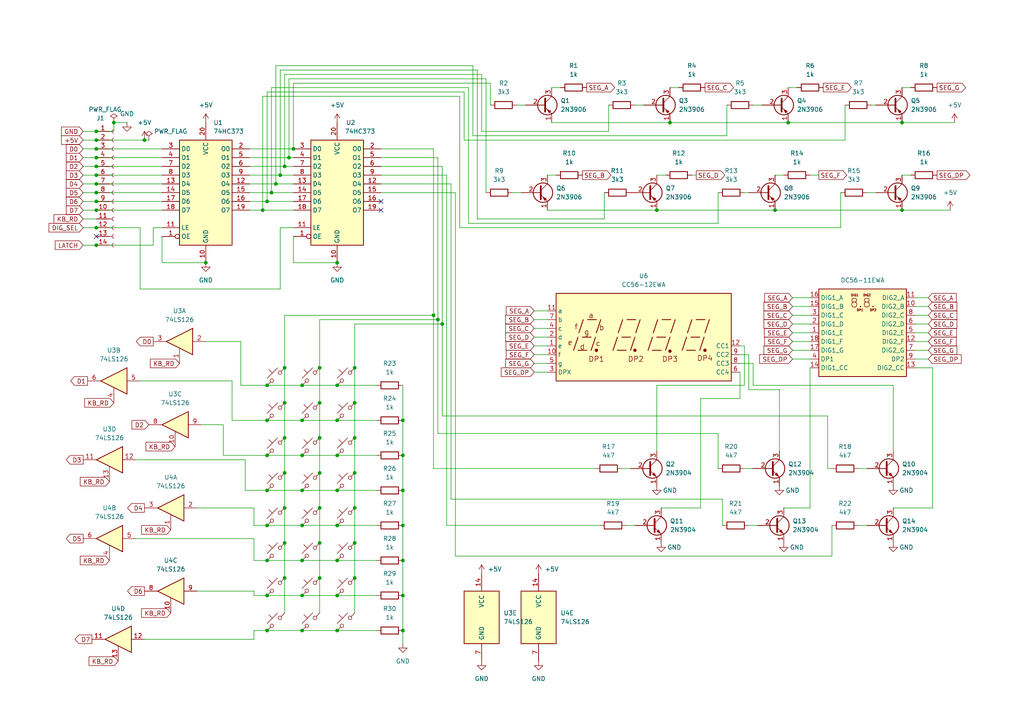
<source format=kicad_sch>
(kicad_sch (version 20230121) (generator eeschema)
  (paper "A4")
  (lib_symbols
    (symbol "74xx:74HC373"
      (property "Reference" "U" (at -7.62 16.51 0))
      (property "Value" "74HC373" (at -7.62 -16.51 0))
      (symbol "74HC373_1_0"
        (pin input inverted (at -12.7 -12.7 0) (length 5.08) (name "OE") (number "1"))
        (pin power_in line (at 0 -20.32 90) (length 5.08) (name "GND") (number "10"))
        (pin input line (at -12.7 -10.16 0) (length 5.08) (name "LE") (number "11"))
        (pin tri_state line (at 12.7 2.54 180) (length 5.08) (name "O4") (number "12"))
        (pin input line (at -12.7 2.54 0) (length 5.08) (name "D4") (number "13"))
        (pin input line (at -12.7 0 0) (length 5.08) (name "D5") (number "14"))
        (pin tri_state line (at 12.7 0 180) (length 5.08) (name "O5") (number "15"))
        (pin tri_state line (at 12.7 -2.54 180) (length 5.08) (name "O6") (number "16"))
        (pin input line (at -12.7 -2.54 0) (length 5.08) (name "D6") (number "17"))
        (pin input line (at -12.7 -5.08 0) (length 5.08) (name "D7") (number "18"))
        (pin tri_state line (at 12.7 -5.08 180) (length 5.08) (name "O7") (number "19"))
        (pin tri_state line (at 12.7 12.7 180) (length 5.08) (name "O0") (number "2"))
        (pin power_in line (at 0 20.32 270) (length 5.08) (name "VCC") (number "20"))
        (pin input line (at -12.7 12.7 0) (length 5.08) (name "D0") (number "3"))
        (pin input line (at -12.7 10.16 0) (length 5.08) (name "D1") (number "4"))
        (pin tri_state line (at 12.7 10.16 180) (length 5.08) (name "O1") (number "5"))
        (pin tri_state line (at 12.7 7.62 180) (length 5.08) (name "O2") (number "6"))
        (pin input line (at -12.7 7.62 0) (length 5.08) (name "D2") (number "7"))
        (pin input line (at -12.7 5.08 0) (length 5.08) (name "D3") (number "8"))
        (pin tri_state line (at 12.7 5.08 180) (length 5.08) (name "O3") (number "9"))
      )
    )
    (symbol "74xx:74LS126" (pin_names (offset 1.016))
      (property "Reference" "U" (at 0 1.27 0))
      (property "Value" "74LS126" (at 0 -1.27 0))
      (symbol "74LS126_1_0"
        (pin input line (at 0 -6.35 90) (length 4.445) (name "~") (number "1"))
        (pin input line (at -7.62 0 0) (length 3.81) (name "~") (number "2"))
        (pin tri_state line (at 7.62 0 180) (length 3.81) (name "~") (number "3"))
      )
      (symbol "74LS126_2_0"
        (pin input line (at 0 -6.35 90) (length 4.445) (name "~") (number "4"))
        (pin input line (at -7.62 0 0) (length 3.81) (name "~") (number "5"))
        (pin tri_state line (at 7.62 0 180) (length 3.81) (name "~") (number "6"))
      )
      (symbol "74LS126_3_0"
        (pin input line (at 0 -6.35 90) (length 4.445) (name "~") (number "10"))
        (pin tri_state line (at 7.62 0 180) (length 3.81) (name "~") (number "8"))
        (pin input line (at -7.62 0 0) (length 3.81) (name "~") (number "9"))
      )
      (symbol "74LS126_4_0"
        (pin tri_state line (at 7.62 0 180) (length 3.81) (name "~") (number "11"))
        (pin input line (at -7.62 0 0) (length 3.81) (name "~") (number "12"))
        (pin input line (at 0 -6.35 90) (length 4.445) (name "~") (number "13"))
      )
      (symbol "74LS126_5_0"
        (pin power_in line (at 0 12.7 270) (length 5.08) (name "VCC") (number "14"))
        (pin power_in line (at 0 -12.7 90) (length 5.08) (name "GND") (number "7"))
      )
    )
    (symbol "Connector:Conn_01x14_Socket" (pin_names (offset 1.016) hide)
      (property "Reference" "J" (at 0 17.78 0))
      (property "Value" "Conn_01x14_Socket" (at 0 -20.32 0))
      (symbol "Conn_01x14_Socket_1_1"
        (pin passive line (at -5.08 15.24 0) (length 3.81) (name "Pin_1") (number "1"))
        (pin passive line (at -5.08 -7.62 0) (length 3.81) (name "Pin_10") (number "10"))
        (pin passive line (at -5.08 -10.16 0) (length 3.81) (name "Pin_11") (number "11"))
        (pin passive line (at -5.08 -12.7 0) (length 3.81) (name "Pin_12") (number "12"))
        (pin passive line (at -5.08 -15.24 0) (length 3.81) (name "Pin_13") (number "13"))
        (pin passive line (at -5.08 -17.78 0) (length 3.81) (name "Pin_14") (number "14"))
        (pin passive line (at -5.08 12.7 0) (length 3.81) (name "Pin_2") (number "2"))
        (pin passive line (at -5.08 10.16 0) (length 3.81) (name "Pin_3") (number "3"))
        (pin passive line (at -5.08 7.62 0) (length 3.81) (name "Pin_4") (number "4"))
        (pin passive line (at -5.08 5.08 0) (length 3.81) (name "Pin_5") (number "5"))
        (pin passive line (at -5.08 2.54 0) (length 3.81) (name "Pin_6") (number "6"))
        (pin passive line (at -5.08 0 0) (length 3.81) (name "Pin_7") (number "7"))
        (pin passive line (at -5.08 -2.54 0) (length 3.81) (name "Pin_8") (number "8"))
        (pin passive line (at -5.08 -5.08 0) (length 3.81) (name "Pin_9") (number "9"))
      )
    )
    (symbol "Device:R" (pin_numbers hide) (pin_names (offset 0))
      (property "Reference" "R" (at 2.032 0 90))
      (property "Value" "R" (at 0 0 90))
      (symbol "R_1_1"
        (pin passive line (at 0 3.81 270) (length 1.27) (name "~") (number "1"))
        (pin passive line (at 0 -3.81 90) (length 1.27) (name "~") (number "2"))
      )
    )
    (symbol "Display_Character:CC56-12EWA"
      (property "Reference" "U" (at -24.13 13.97 0))
      (property "Value" "CC56-12EWA" (at 19.05 13.97 0))
      (symbol "CC56-12EWA_0_0"
        (text "a" (at -15.24 6.35 0) (effects (font (size 1.524 1.524))))
        (text "b" (at -12.192 2.794 0) (effects (font (size 1.524 1.524))))
        (text "c" (at -13.208 -1.778 0) (effects (font (size 1.524 1.524))))
        (text "d" (at -17.78 -2.794 0) (effects (font (size 1.524 1.524))))
        (text "DP1" (at -13.716 -6.35 0) (effects (font (size 1.524 1.524))))
        (text "DP2" (at -2.286 -6.35 0) (effects (font (size 1.524 1.524))))
        (text "DP3" (at 7.62 -6.35 0) (effects (font (size 1.524 1.524))))
        (text "DP4" (at 17.78 -6.096 0) (effects (font (size 1.524 1.524))))
        (text "e" (at -21.336 -1.524 0) (effects (font (size 1.524 1.524))))
        (text "f" (at -19.558 3.048 0) (effects (font (size 1.524 1.524))))
        (text "g" (at -16.51 1.524 0) (effects (font (size 1.524 1.524))))
      )
      (symbol "CC56-12EWA_1_1"
        (pin input line (at -27.94 -2.54 0) (length 2.54) (name "e") (number "1"))
        (pin input line (at -27.94 -5.08 0) (length 2.54) (name "f") (number "10"))
        (pin input line (at -27.94 7.62 0) (length 2.54) (name "a") (number "11"))
        (pin input line (at 27.94 -2.54 180) (length 2.54) (name "CC1") (number "12"))
        (pin input line (at -27.94 0 0) (length 2.54) (name "d") (number "2"))
        (pin input line (at -27.94 -10.16 0) (length 2.54) (name "DPX") (number "3"))
        (pin input line (at -27.94 2.54 0) (length 2.54) (name "c") (number "4"))
        (pin input line (at -27.94 -7.62 0) (length 2.54) (name "g") (number "5"))
        (pin input line (at 27.94 -10.16 180) (length 2.54) (name "CC4") (number "6"))
        (pin input line (at -27.94 5.08 0) (length 2.54) (name "b") (number "7"))
        (pin input line (at 27.94 -7.62 180) (length 2.54) (name "CC3") (number "8"))
        (pin input line (at 27.94 -5.08 180) (length 2.54) (name "CC2") (number "9"))
      )
    )
    (symbol "Display_Character:DC56-11EWA"
      (property "Reference" "U" (at -11.43 13.97 0))
      (property "Value" "DC56-11EWA" (at 12.065 13.97 0))
      (symbol "DC56-11EWA_0_0"
        (text "8.8." (at 0 8.636 0) (effects (font (size 2.54 2.54))))
        (text "DIG1" (at -2.286 10.922 0) (effects (font (size 0.635 0.635))))
        (text "DIG2" (at 1.27 10.922 0) (effects (font (size 0.635 0.635))))
        (text "DP1" (at -0.762 6.604 0) (effects (font (size 0.635 0.635))))
        (text "DP2" (at 3.048 6.604 0) (effects (font (size 0.635 0.635))))
      )
      (symbol "DC56-11EWA_1_1"
        (pin input line (at -15.24 0 0) (length 2.54) (name "DIG1_E") (number "1"))
        (pin input line (at 15.24 7.62 180) (length 2.54) (name "DIG2_B") (number "10"))
        (pin input line (at 15.24 10.16 180) (length 2.54) (name "DIG2_A") (number "11"))
        (pin input line (at 15.24 -2.54 180) (length 2.54) (name "DIG2_F") (number "12"))
        (pin input line (at 15.24 -10.16 180) (length 2.54) (name "DIG2_CC") (number "13"))
        (pin input line (at -15.24 -10.16 0) (length 2.54) (name "DIG1_CC") (number "14"))
        (pin input line (at -15.24 7.62 0) (length 2.54) (name "DIG1_B") (number "15"))
        (pin input line (at -15.24 10.16 0) (length 2.54) (name "DIG1_A") (number "16"))
        (pin input line (at -15.24 -5.08 0) (length 2.54) (name "DIG1_G") (number "17"))
        (pin input line (at -15.24 -2.54 0) (length 2.54) (name "DIG1_F") (number "18"))
        (pin input line (at -15.24 2.54 0) (length 2.54) (name "DIG1_D") (number "2"))
        (pin input line (at -15.24 5.08 0) (length 2.54) (name "DIG1_C") (number "3"))
        (pin input line (at -15.24 -7.62 0) (length 2.54) (name "DP1") (number "4"))
        (pin input line (at 15.24 0 180) (length 2.54) (name "DIG2_E") (number "5"))
        (pin input line (at 15.24 2.54 180) (length 2.54) (name "DIG2_D") (number "6"))
        (pin input line (at 15.24 -5.08 180) (length 2.54) (name "DIG2_G") (number "7"))
        (pin input line (at 15.24 5.08 180) (length 2.54) (name "DIG2_C") (number "8"))
        (pin input line (at 15.24 -7.62 180) (length 2.54) (name "DP2") (number "9"))
      )
    )
    (symbol "Switch:SW_Push_45deg" (pin_numbers hide) (pin_names (offset 1.016) hide)
      (property "Reference" "SW" (at 3.048 1.016 0))
      (property "Value" "SW_Push_45deg" (at 0 -3.81 0))
      (symbol "SW_Push_45deg_0_1"
        (pin passive line (at -2.54 2.54 0) (length 0) (name "1") (number "1"))
        (pin passive line (at 2.54 -2.54 180) (length 0) (name "2") (number "2"))
      )
    )
    (symbol "Transistor_BJT:2N3904" (pin_names (offset 0) hide)
      (property "Reference" "Q" (at 5.08 1.905 0))
      (property "Value" "2N3904" (at 5.08 0 0))
      (symbol "2N3904_1_1"
        (pin passive line (at 2.54 -5.08 90) (length 2.54) (name "E") (number "1"))
        (pin passive line (at -5.08 0 0) (length 5.715) (name "B") (number "2"))
        (pin passive line (at 2.54 5.08 270) (length 2.54) (name "C") (number "3"))
      )
    )
    (symbol "Transistor_BJT:2N3906" (pin_names (offset 0) hide)
      (property "Reference" "Q" (at 5.08 1.905 0))
      (property "Value" "2N3906" (at 5.08 0 0))
      (symbol "2N3906_1_1"
        (pin passive line (at 2.54 -5.08 90) (length 2.54) (name "E") (number "1"))
        (pin input line (at -5.08 0 0) (length 5.715) (name "B") (number "2"))
        (pin passive line (at 2.54 5.08 270) (length 2.54) (name "C") (number "3"))
      )
    )
    (symbol "power:+5V" (power) (pin_names (offset 0))
      (property "Value" "+5V" (at 0 3.556 0))
      (symbol "+5V_1_1"
        (pin power_in line (at 0 0 90) (length 0) hide (name "+5V") (number "1"))
      )
    )
    (symbol "power:GND" (power) (pin_names (offset 0))
      (property "Value" "GND" (at 0 -3.81 0))
      (symbol "GND_1_1"
        (pin power_in line (at 0 0 270) (length 0) hide (name "GND") (number "1"))
      )
    )
    (symbol "power:PWR_FLAG" (power) (pin_numbers hide) (pin_names (offset 0) hide)
      (property "Value" "PWR_FLAG" (at 0 3.81 0))
      (symbol "PWR_FLAG_0_0"
        (pin power_out line (at 0 0 90) (length 0) (name "pwr") (number "1"))
      )
    )
  )
  (junction (at 27.94 60.96))
  (junction (at 116.84 121.92))
  (junction (at 87.63 121.92))
  (junction (at 77.47 111.76))
  (junction (at 97.79 121.92))
  (junction (at 102.87 127))
  (junction (at 97.79 76.2))
  (junction (at 261.62 35.56))
  (junction (at 97.79 152.4))
  (junction (at 27.94 71.12))
  (junction (at 82.55 106.68))
  (junction (at 97.79 182.88))
  (junction (at 27.94 66.04))
  (junction (at 27.94 53.34))
  (junction (at 128.27 93.98))
  (junction (at 102.87 167.64))
  (junction (at 97.79 162.56))
  (junction (at 125.73 91.44))
  (junction (at 87.63 162.56))
  (junction (at 33.02 35.56))
  (junction (at 27.94 40.64))
  (junction (at 77.47 182.88))
  (junction (at 92.71 106.68))
  (junction (at 85.09 43.18))
  (junction (at 82.55 48.26))
  (junction (at 78.74 55.88))
  (junction (at 97.79 172.72))
  (junction (at 116.84 132.08))
  (junction (at 127 92.71))
  (junction (at 116.84 142.24))
  (junction (at 82.55 116.84))
  (junction (at 228.6 35.56))
  (junction (at 116.84 152.4))
  (junction (at 92.71 116.84))
  (junction (at 261.62 60.96))
  (junction (at 41.91 40.64))
  (junction (at 82.55 167.64))
  (junction (at 27.94 50.8))
  (junction (at 97.79 142.24))
  (junction (at 77.47 132.08))
  (junction (at 87.63 182.88))
  (junction (at 82.55 137.16))
  (junction (at 27.94 48.26))
  (junction (at 92.71 157.48))
  (junction (at 27.94 45.72))
  (junction (at 80.01 53.34))
  (junction (at 102.87 157.48))
  (junction (at 224.79 60.96))
  (junction (at 102.87 116.84))
  (junction (at 116.84 182.88))
  (junction (at 77.47 172.72))
  (junction (at 27.94 38.1))
  (junction (at 27.94 43.18))
  (junction (at 92.71 127))
  (junction (at 97.79 111.76))
  (junction (at 77.47 162.56))
  (junction (at 82.55 157.48))
  (junction (at 76.2 60.96))
  (junction (at 87.63 132.08))
  (junction (at 116.84 162.56))
  (junction (at 87.63 172.72))
  (junction (at 102.87 106.68))
  (junction (at 97.79 132.08))
  (junction (at 87.63 152.4))
  (junction (at 77.47 142.24))
  (junction (at 81.28 50.8))
  (junction (at 77.47 152.4))
  (junction (at 59.69 76.2))
  (junction (at 82.55 127))
  (junction (at 27.94 58.42))
  (junction (at 27.94 55.88))
  (junction (at 92.71 147.32))
  (junction (at 83.82 45.72))
  (junction (at 194.31 35.56))
  (junction (at 92.71 137.16))
  (junction (at 77.47 58.42))
  (junction (at 190.5 60.96))
  (junction (at 92.71 167.64))
  (junction (at 102.87 137.16))
  (junction (at 87.63 111.76))
  (junction (at 87.63 142.24))
  (junction (at 116.84 172.72))
  (junction (at 77.47 121.92))
  (junction (at 102.87 147.32))
  (junction (at 82.55 147.32))
  (no_connect (at 110.49 60.96))
  (no_connect (at 27.94 68.58))
  (no_connect (at 110.49 58.42))
  (wire (pts (xy 82.55 21.59) (xy 139.7 21.59)))
  (wire (pts (xy 44.45 71.12) (xy 44.45 66.04)))
  (wire (pts (xy 87.63 142.24) (xy 97.79 142.24)))
  (wire (pts (xy 59.69 99.06) (xy 69.85 99.06)))
  (wire (pts (xy 215.9 55.88) (xy 217.17 55.88)))
  (wire (pts (xy 39.37 133.35) (xy 71.12 133.35)))
  (wire (pts (xy 67.31 121.92) (xy 77.47 121.92)))
  (wire (pts (xy 27.94 53.34) (xy 24.13 53.34)))
  (wire (pts (xy 265.43 88.9) (xy 269.24 88.9)))
  (wire (pts (xy 229.87 88.9) (xy 234.95 88.9)))
  (wire (pts (xy 130.81 144.78) (xy 209.55 144.78)))
  (wire (pts (xy 215.9 100.33) (xy 214.63 100.33)))
  (wire (pts (xy 190.5 130.81) (xy 190.5 111.76)))
  (wire (pts (xy 67.31 110.49) (xy 67.31 121.92)))
  (wire (pts (xy 132.08 55.88) (xy 132.08 161.29)))
  (wire (pts (xy 69.85 99.06) (xy 69.85 111.76)))
  (wire (pts (xy 110.49 50.8) (xy 129.54 50.8)))
  (wire (pts (xy 110.49 43.18) (xy 125.73 43.18)))
  (wire (pts (xy 133.35 27.94) (xy 133.35 66.04)))
  (wire (pts (xy 190.5 111.76) (xy 215.9 111.76)))
  (wire (pts (xy 27.94 53.34) (xy 46.99 53.34)))
  (wire (pts (xy 27.94 58.42) (xy 46.99 58.42)))
  (wire (pts (xy 97.79 121.92) (xy 109.22 121.92)))
  (wire (pts (xy 85.09 24.13) (xy 142.24 24.13)))
  (wire (pts (xy 87.63 132.08) (xy 97.79 132.08)))
  (wire (pts (xy 27.94 55.88) (xy 46.99 55.88)))
  (wire (pts (xy 229.87 101.6) (xy 234.95 101.6)))
  (wire (pts (xy 102.87 157.48) (xy 102.87 167.64)))
  (wire (pts (xy 27.94 43.18) (xy 24.13 43.18)))
  (wire (pts (xy 181.61 152.4) (xy 184.15 152.4)))
  (wire (pts (xy 71.12 142.24) (xy 77.47 142.24)))
  (wire (pts (xy 128.27 93.98) (xy 128.27 120.65)))
  (wire (pts (xy 97.79 132.08) (xy 109.22 132.08)))
  (wire (pts (xy 175.26 63.5) (xy 175.26 55.88)))
  (wire (pts (xy 215.9 135.89) (xy 218.44 135.89)))
  (wire (pts (xy 154.94 107.95) (xy 158.75 107.95)))
  (wire (pts (xy 234.95 50.8) (xy 237.49 50.8)))
  (wire (pts (xy 85.09 76.2) (xy 97.79 76.2)))
  (wire (pts (xy 27.94 63.5) (xy 24.13 63.5)))
  (wire (pts (xy 77.47 172.72) (xy 87.63 172.72)))
  (wire (pts (xy 27.94 58.42) (xy 24.13 58.42)))
  (wire (pts (xy 27.94 48.26) (xy 46.99 48.26)))
  (wire (pts (xy 229.87 96.52) (xy 234.95 96.52)))
  (wire (pts (xy 140.97 22.86) (xy 140.97 55.88)))
  (wire (pts (xy 102.87 147.32) (xy 102.87 157.48)))
  (wire (pts (xy 41.91 40.64) (xy 43.18 40.64)))
  (wire (pts (xy 218.44 105.41) (xy 214.63 105.41)))
  (wire (pts (xy 214.63 115.57) (xy 214.63 107.95)))
  (wire (pts (xy 215.9 111.76) (xy 215.9 100.33)))
  (wire (pts (xy 102.87 93.98) (xy 128.27 93.98)))
  (wire (pts (xy 92.71 137.16) (xy 92.71 147.32)))
  (wire (pts (xy 154.94 100.33) (xy 158.75 100.33)))
  (wire (pts (xy 77.47 152.4) (xy 87.63 152.4)))
  (wire (pts (xy 125.73 91.44) (xy 125.73 135.89)))
  (wire (pts (xy 76.2 60.96) (xy 76.2 27.94)))
  (wire (pts (xy 41.91 185.42) (xy 73.66 185.42)))
  (wire (pts (xy 241.3 161.29) (xy 241.3 152.4)))
  (wire (pts (xy 77.47 132.08) (xy 87.63 132.08)))
  (wire (pts (xy 97.79 111.76) (xy 109.22 111.76)))
  (wire (pts (xy 269.24 86.36) (xy 265.43 86.36)))
  (wire (pts (xy 92.71 147.32) (xy 92.71 157.48)))
  (wire (pts (xy 125.73 43.18) (xy 125.73 91.44)))
  (wire (pts (xy 27.94 48.26) (xy 24.13 48.26)))
  (wire (pts (xy 217.17 102.87) (xy 214.63 102.87)))
  (wire (pts (xy 72.39 58.42) (xy 77.47 58.42)))
  (wire (pts (xy 102.87 137.16) (xy 102.87 147.32)))
  (wire (pts (xy 27.94 50.8) (xy 46.99 50.8)))
  (wire (pts (xy 78.74 55.88) (xy 78.74 25.4)))
  (wire (pts (xy 72.39 60.96) (xy 76.2 60.96)))
  (wire (pts (xy 135.89 64.77) (xy 208.28 64.77)))
  (wire (pts (xy 176.53 38.1) (xy 176.53 30.48)))
  (wire (pts (xy 138.43 20.32) (xy 138.43 63.5)))
  (wire (pts (xy 102.87 106.68) (xy 102.87 116.84)))
  (wire (pts (xy 72.39 48.26) (xy 82.55 48.26)))
  (wire (pts (xy 248.92 152.4) (xy 251.46 152.4)))
  (wire (pts (xy 259.08 111.76) (xy 218.44 111.76)))
  (wire (pts (xy 72.39 45.72) (xy 83.82 45.72)))
  (wire (pts (xy 81.28 83.82) (xy 81.28 66.04)))
  (wire (pts (xy 134.62 26.67) (xy 134.62 40.64)))
  (wire (pts (xy 33.02 35.56) (xy 36.83 35.56)))
  (wire (pts (xy 83.82 45.72) (xy 85.09 45.72)))
  (wire (pts (xy 82.55 106.68) (xy 82.55 91.44)))
  (wire (pts (xy 33.02 38.1) (xy 33.02 35.56)))
  (wire (pts (xy 72.39 55.88) (xy 78.74 55.88)))
  (wire (pts (xy 87.63 111.76) (xy 97.79 111.76)))
  (wire (pts (xy 116.84 121.92) (xy 116.84 132.08)))
  (wire (pts (xy 73.66 185.42) (xy 73.66 182.88)))
  (wire (pts (xy 265.43 93.98) (xy 269.24 93.98)))
  (wire (pts (xy 229.87 99.06) (xy 234.95 99.06)))
  (wire (pts (xy 180.34 135.89) (xy 182.88 135.89)))
  (wire (pts (xy 210.82 39.37) (xy 210.82 30.48)))
  (wire (pts (xy 58.42 123.19) (xy 64.77 123.19)))
  (wire (pts (xy 116.84 162.56) (xy 116.84 172.72)))
  (wire (pts (xy 87.63 152.4) (xy 97.79 152.4)))
  (wire (pts (xy 217.17 113.03) (xy 217.17 102.87)))
  (wire (pts (xy 82.55 137.16) (xy 82.55 147.32)))
  (wire (pts (xy 40.64 66.04) (xy 40.64 83.82)))
  (wire (pts (xy 40.64 83.82) (xy 81.28 83.82)))
  (wire (pts (xy 27.94 50.8) (xy 24.13 50.8)))
  (wire (pts (xy 259.08 130.81) (xy 259.08 111.76)))
  (wire (pts (xy 85.09 43.18) (xy 85.09 24.13)))
  (wire (pts (xy 87.63 182.88) (xy 97.79 182.88)))
  (wire (pts (xy 71.12 133.35) (xy 71.12 142.24)))
  (wire (pts (xy 92.71 127) (xy 92.71 137.16)))
  (wire (pts (xy 92.71 106.68) (xy 92.71 116.84)))
  (wire (pts (xy 27.94 55.88) (xy 24.13 55.88)))
  (wire (pts (xy 191.77 147.32) (xy 203.2 147.32)))
  (wire (pts (xy 261.62 35.56) (xy 276.86 35.56)))
  (wire (pts (xy 92.71 167.64) (xy 92.71 177.8)))
  (wire (pts (xy 240.03 120.65) (xy 240.03 135.89)))
  (wire (pts (xy 46.99 76.2) (xy 59.69 76.2)))
  (wire (pts (xy 251.46 55.88) (xy 254 55.88)))
  (wire (pts (xy 110.49 53.34) (xy 130.81 53.34)))
  (wire (pts (xy 116.84 182.88) (xy 116.84 186.69)))
  (wire (pts (xy 102.87 116.84) (xy 102.87 127)))
  (wire (pts (xy 154.94 102.87) (xy 158.75 102.87)))
  (wire (pts (xy 265.43 99.06) (xy 269.24 99.06)))
  (wire (pts (xy 116.84 172.72) (xy 116.84 182.88)))
  (wire (pts (xy 87.63 121.92) (xy 97.79 121.92)))
  (wire (pts (xy 85.09 68.58) (xy 85.09 76.2)))
  (wire (pts (xy 125.73 135.89) (xy 172.72 135.89)))
  (wire (pts (xy 218.44 111.76) (xy 218.44 105.41)))
  (wire (pts (xy 116.84 142.24) (xy 116.84 152.4)))
  (wire (pts (xy 154.94 95.25) (xy 158.75 95.25)))
  (wire (pts (xy 27.94 45.72) (xy 24.13 45.72)))
  (wire (pts (xy 160.02 25.4) (xy 162.56 25.4)))
  (wire (pts (xy 92.71 157.48) (xy 92.71 167.64)))
  (wire (pts (xy 128.27 120.65) (xy 240.03 120.65)))
  (wire (pts (xy 81.28 50.8) (xy 85.09 50.8)))
  (wire (pts (xy 154.94 97.79) (xy 158.75 97.79)))
  (wire (pts (xy 46.99 68.58) (xy 46.99 76.2)))
  (wire (pts (xy 228.6 35.56) (xy 261.62 35.56)))
  (wire (pts (xy 44.45 66.04) (xy 46.99 66.04)))
  (wire (pts (xy 87.63 172.72) (xy 97.79 172.72)))
  (wire (pts (xy 158.75 60.96) (xy 190.5 60.96)))
  (wire (pts (xy 261.62 60.96) (xy 275.59 60.96)))
  (wire (pts (xy 83.82 22.86) (xy 140.97 22.86)))
  (wire (pts (xy 92.71 106.68) (xy 92.71 92.71)))
  (wire (pts (xy 27.94 45.72) (xy 46.99 45.72)))
  (wire (pts (xy 78.74 25.4) (xy 135.89 25.4)))
  (wire (pts (xy 229.87 104.14) (xy 234.95 104.14)))
  (wire (pts (xy 81.28 66.04) (xy 85.09 66.04)))
  (wire (pts (xy 82.55 147.32) (xy 82.55 157.48)))
  (wire (pts (xy 203.2 147.32) (xy 203.2 115.57)))
  (wire (pts (xy 261.62 25.4) (xy 264.16 25.4)))
  (wire (pts (xy 200.66 50.8) (xy 201.93 50.8)))
  (wire (pts (xy 27.94 40.64) (xy 24.13 40.64)))
  (wire (pts (xy 139.7 38.1) (xy 176.53 38.1)))
  (wire (pts (xy 132.08 161.29) (xy 241.3 161.29)))
  (wire (pts (xy 80.01 19.05) (xy 137.16 19.05)))
  (wire (pts (xy 73.66 152.4) (xy 77.47 152.4)))
  (wire (pts (xy 184.15 30.48) (xy 186.69 30.48)))
  (wire (pts (xy 97.79 162.56) (xy 109.22 162.56)))
  (wire (pts (xy 57.15 171.45) (xy 73.66 171.45)))
  (wire (pts (xy 127 92.71) (xy 127 125.73)))
  (wire (pts (xy 259.08 147.32) (xy 270.51 147.32)))
  (wire (pts (xy 82.55 48.26) (xy 85.09 48.26)))
  (wire (pts (xy 226.06 130.81) (xy 226.06 113.03)))
  (wire (pts (xy 110.49 48.26) (xy 128.27 48.26)))
  (wire (pts (xy 27.94 38.1) (xy 33.02 38.1)))
  (wire (pts (xy 265.43 101.6) (xy 269.24 101.6)))
  (wire (pts (xy 77.47 162.56) (xy 87.63 162.56)))
  (wire (pts (xy 97.79 152.4) (xy 109.22 152.4)))
  (wire (pts (xy 77.47 121.92) (xy 87.63 121.92)))
  (wire (pts (xy 27.94 60.96) (xy 46.99 60.96)))
  (wire (pts (xy 27.94 60.96) (xy 24.13 60.96)))
  (wire (pts (xy 154.94 105.41) (xy 158.75 105.41)))
  (wire (pts (xy 27.94 71.12) (xy 24.13 71.12)))
  (wire (pts (xy 110.49 45.72) (xy 127 45.72)))
  (wire (pts (xy 265.43 91.44) (xy 269.24 91.44)))
  (wire (pts (xy 248.92 135.89) (xy 251.46 135.89)))
  (wire (pts (xy 82.55 91.44) (xy 125.73 91.44)))
  (wire (pts (xy 73.66 172.72) (xy 77.47 172.72)))
  (wire (pts (xy 226.06 113.03) (xy 217.17 113.03)))
  (wire (pts (xy 81.28 50.8) (xy 81.28 20.32)))
  (wire (pts (xy 27.94 66.04) (xy 24.13 66.04)))
  (wire (pts (xy 97.79 172.72) (xy 109.22 172.72)))
  (wire (pts (xy 57.15 147.32) (xy 73.66 147.32)))
  (wire (pts (xy 194.31 25.4) (xy 196.85 25.4)))
  (wire (pts (xy 270.51 147.32) (xy 270.51 106.68)))
  (wire (pts (xy 116.84 111.76) (xy 116.84 121.92)))
  (wire (pts (xy 229.87 93.98) (xy 234.95 93.98)))
  (wire (pts (xy 194.31 35.56) (xy 228.6 35.56)))
  (wire (pts (xy 77.47 142.24) (xy 87.63 142.24)))
  (wire (pts (xy 234.95 147.32) (xy 227.33 147.32)))
  (wire (pts (xy 72.39 50.8) (xy 81.28 50.8)))
  (wire (pts (xy 92.71 116.84) (xy 92.71 127)))
  (wire (pts (xy 158.75 50.8) (xy 161.29 50.8)))
  (wire (pts (xy 190.5 60.96) (xy 224.79 60.96)))
  (wire (pts (xy 73.66 171.45) (xy 73.66 172.72)))
  (wire (pts (xy 134.62 40.64) (xy 245.11 40.64)))
  (wire (pts (xy 83.82 45.72) (xy 83.82 22.86)))
  (wire (pts (xy 102.87 106.68) (xy 102.87 93.98)))
  (wire (pts (xy 138.43 63.5) (xy 175.26 63.5)))
  (wire (pts (xy 137.16 39.37) (xy 210.82 39.37)))
  (wire (pts (xy 243.84 66.04) (xy 243.84 55.88)))
  (wire (pts (xy 137.16 19.05) (xy 137.16 39.37)))
  (wire (pts (xy 73.66 156.21) (xy 73.66 162.56)))
  (wire (pts (xy 27.94 66.04) (xy 40.64 66.04)))
  (wire (pts (xy 224.79 60.96) (xy 261.62 60.96)))
  (wire (pts (xy 240.03 135.89) (xy 241.3 135.89)))
  (wire (pts (xy 135.89 25.4) (xy 135.89 64.77)))
  (wire (pts (xy 64.77 132.08) (xy 77.47 132.08)))
  (wire (pts (xy 82.55 48.26) (xy 82.55 21.59)))
  (wire (pts (xy 261.62 50.8) (xy 264.16 50.8)))
  (wire (pts (xy 133.35 66.04) (xy 243.84 66.04)))
  (wire (pts (xy 142.24 24.13) (xy 142.24 30.48)))
  (wire (pts (xy 77.47 26.67) (xy 134.62 26.67)))
  (wire (pts (xy 97.79 142.24) (xy 109.22 142.24)))
  (wire (pts (xy 208.28 64.77) (xy 208.28 55.88)))
  (wire (pts (xy 82.55 167.64) (xy 82.55 177.8)))
  (wire (pts (xy 190.5 50.8) (xy 193.04 50.8)))
  (wire (pts (xy 128.27 48.26) (xy 128.27 93.98)))
  (wire (pts (xy 80.01 53.34) (xy 85.09 53.34)))
  (wire (pts (xy 39.37 156.21) (xy 73.66 156.21)))
  (wire (pts (xy 72.39 53.34) (xy 80.01 53.34)))
  (wire (pts (xy 265.43 104.14) (xy 269.24 104.14)))
  (wire (pts (xy 76.2 60.96) (xy 85.09 60.96)))
  (wire (pts (xy 102.87 167.64) (xy 102.87 177.8)))
  (wire (pts (xy 234.95 106.68) (xy 234.95 147.32)))
  (wire (pts (xy 218.44 30.48) (xy 220.98 30.48)))
  (wire (pts (xy 73.66 162.56) (xy 77.47 162.56)))
  (wire (pts (xy 127 45.72) (xy 127 92.71)))
  (wire (pts (xy 77.47 58.42) (xy 85.09 58.42)))
  (wire (pts (xy 72.39 43.18) (xy 85.09 43.18)))
  (wire (pts (xy 154.94 92.71) (xy 158.75 92.71)))
  (wire (pts (xy 81.28 20.32) (xy 138.43 20.32)))
  (wire (pts (xy 64.77 123.19) (xy 64.77 132.08)))
  (wire (pts (xy 110.49 55.88) (xy 132.08 55.88)))
  (wire (pts (xy 139.7 21.59) (xy 139.7 38.1)))
  (wire (pts (xy 217.17 152.4) (xy 219.71 152.4)))
  (wire (pts (xy 76.2 27.94) (xy 133.35 27.94)))
  (wire (pts (xy 129.54 152.4) (xy 173.99 152.4)))
  (wire (pts (xy 27.94 43.18) (xy 46.99 43.18)))
  (wire (pts (xy 77.47 58.42) (xy 77.47 26.67)))
  (wire (pts (xy 73.66 147.32) (xy 73.66 152.4)))
  (wire (pts (xy 149.86 30.48) (xy 152.4 30.48)))
  (wire (pts (xy 82.55 106.68) (xy 82.55 116.84)))
  (wire (pts (xy 73.66 182.88) (xy 77.47 182.88)))
  (wire (pts (xy 229.87 91.44) (xy 234.95 91.44)))
  (wire (pts (xy 265.43 96.52) (xy 269.24 96.52)))
  (wire (pts (xy 203.2 115.57) (xy 214.63 115.57)))
  (wire (pts (xy 82.55 116.84) (xy 82.55 127)))
  (wire (pts (xy 116.84 152.4) (xy 116.84 162.56)))
  (wire (pts (xy 78.74 55.88) (xy 85.09 55.88)))
  (wire (pts (xy 209.55 144.78) (xy 209.55 152.4)))
  (wire (pts (xy 154.94 90.17) (xy 158.75 90.17)))
  (wire (pts (xy 97.79 182.88) (xy 109.22 182.88)))
  (wire (pts (xy 87.63 162.56) (xy 97.79 162.56)))
  (wire (pts (xy 224.79 50.8) (xy 227.33 50.8)))
  (wire (pts (xy 130.81 53.34) (xy 130.81 144.78)))
  (wire (pts (xy 229.87 86.36) (xy 234.95 86.36)))
  (wire (pts (xy 129.54 50.8) (xy 129.54 152.4)))
  (wire (pts (xy 69.85 111.76) (xy 77.47 111.76)))
  (wire (pts (xy 270.51 106.68) (xy 265.43 106.68)))
  (wire (pts (xy 148.59 55.88) (xy 151.13 55.88)))
  (wire (pts (xy 82.55 127) (xy 82.55 137.16)))
  (wire (pts (xy 77.47 182.88) (xy 87.63 182.88)))
  (wire (pts (xy 252.73 30.48) (xy 254 30.48)))
  (wire (pts (xy 116.84 132.08) (xy 116.84 142.24)))
  (wire (pts (xy 27.94 71.12) (xy 44.45 71.12)))
  (wire (pts (xy 208.28 125.73) (xy 208.28 135.89)))
  (wire (pts (xy 40.64 110.49) (xy 67.31 110.49)))
  (wire (pts (xy 80.01 53.34) (xy 80.01 19.05)))
  (wire (pts (xy 127 125.73) (xy 208.28 125.73)))
  (wire (pts (xy 245.11 40.64) (xy 245.11 30.48)))
  (wire (pts (xy 77.47 111.76) (xy 87.63 111.76)))
  (wire (pts (xy 92.71 92.71) (xy 127 92.71)))
  (wire (pts (xy 228.6 25.4) (xy 231.14 25.4)))
  (wire (pts (xy 27.94 38.1) (xy 24.13 38.1)))
  (wire (pts (xy 102.87 127) (xy 102.87 137.16)))
  (wire (pts (xy 160.02 35.56) (xy 194.31 35.56)))
  (wire (pts (xy 82.55 157.48) (xy 82.55 167.64)))
  (wire (pts (xy 27.94 40.64) (xy 41.91 40.64)))
  (global_label "SEG_B" (shape output) (at 168.91 50.8 0) (property "Intersheetrefs" "${INTERSHEET_REFS}" (effects hide)))
  (global_label "D5" (shape input) (at 24.13 55.88 180) (property "Intersheetrefs" "${INTERSHEET_REFS}" (effects hide)))
  (global_label "SEG_A" (shape input) (at 229.87 86.36 180) (property "Intersheetrefs" "${INTERSHEET_REFS}" (effects hide)))
  (global_label "SEG_B" (shape input) (at 269.24 88.9 0) (property "Intersheetrefs" "${INTERSHEET_REFS}" (effects hide)))
  (global_label "SEG_E" (shape input) (at 154.94 100.33 180) (property "Intersheetrefs" "${INTERSHEET_REFS}" (effects hide)))
  (global_label "KB_RD" (shape input) (at 50.8 129.54 180) (property "Intersheetrefs" "${INTERSHEET_REFS}" (effects hide)))
  (global_label "KB_RD" (shape input) (at 34.29 191.77 180) (property "Intersheetrefs" "${INTERSHEET_REFS}" (effects hide)))
  (global_label "SEG_B" (shape input) (at 229.87 88.9 180) (property "Intersheetrefs" "${INTERSHEET_REFS}" (effects hide)))
  (global_label "SEG_DP" (shape input) (at 269.24 104.14 0) (property "Intersheetrefs" "${INTERSHEET_REFS}" (effects hide)))
  (global_label "SEG_F" (shape output) (at 237.49 50.8 0) (property "Intersheetrefs" "${INTERSHEET_REFS}" (effects hide)))
  (global_label "SEG_G" (shape input) (at 229.87 101.6 180) (property "Intersheetrefs" "${INTERSHEET_REFS}" (effects hide)))
  (global_label "SEG_F" (shape input) (at 229.87 99.06 180) (property "Intersheetrefs" "${INTERSHEET_REFS}" (effects hide)))
  (global_label "D0" (shape output) (at 44.45 99.06 180) (property "Intersheetrefs" "${INTERSHEET_REFS}" (effects hide)))
  (global_label "D6" (shape input) (at 24.13 58.42 180) (property "Intersheetrefs" "${INTERSHEET_REFS}" (effects hide)))
  (global_label "KB_RD" (shape input) (at 49.53 177.8 180) (property "Intersheetrefs" "${INTERSHEET_REFS}" (effects hide)))
  (global_label "SEG_G" (shape output) (at 271.78 25.4 0) (property "Intersheetrefs" "${INTERSHEET_REFS}" (effects hide)))
  (global_label "SEG_D" (shape input) (at 269.24 93.98 0) (property "Intersheetrefs" "${INTERSHEET_REFS}" (effects hide)))
  (global_label "SEG_E" (shape input) (at 229.87 96.52 180) (property "Intersheetrefs" "${INTERSHEET_REFS}" (effects hide)))
  (global_label "D2" (shape input) (at 43.18 123.19 180) (property "Intersheetrefs" "${INTERSHEET_REFS}" (effects hide)))
  (global_label "SEG_A" (shape output) (at 170.18 25.4 0) (property "Intersheetrefs" "${INTERSHEET_REFS}" (effects hide)))
  (global_label "D2" (shape input) (at 24.13 48.26 180) (property "Intersheetrefs" "${INTERSHEET_REFS}" (effects hide)))
  (global_label "SEG_DP" (shape output) (at 271.78 50.8 0) (property "Intersheetrefs" "${INTERSHEET_REFS}" (effects hide)))
  (global_label "+5V" (shape input) (at 24.13 40.64 180) (property "Intersheetrefs" "${INTERSHEET_REFS}" (effects hide)))
  (global_label "DIG_SEL" (shape input) (at 24.13 66.04 180) (property "Intersheetrefs" "${INTERSHEET_REFS}" (effects hide)))
  (global_label "SEG_C" (shape output) (at 204.47 25.4 0) (property "Intersheetrefs" "${INTERSHEET_REFS}" (effects hide)))
  (global_label "SEG_DP" (shape input) (at 229.87 104.14 180) (property "Intersheetrefs" "${INTERSHEET_REFS}" (effects hide)))
  (global_label "SEG_D" (shape input) (at 229.87 93.98 180) (property "Intersheetrefs" "${INTERSHEET_REFS}" (effects hide)))
  (global_label "SEG_A" (shape input) (at 269.24 86.36 0) (property "Intersheetrefs" "${INTERSHEET_REFS}" (effects hide)))
  (global_label "D4" (shape input) (at 24.13 53.34 180) (property "Intersheetrefs" "${INTERSHEET_REFS}" (effects hide)))
  (global_label "KB_RD" (shape input) (at 52.07 105.41 180) (property "Intersheetrefs" "${INTERSHEET_REFS}" (effects hide)))
  (global_label "D5" (shape output) (at 24.13 156.21 180) (property "Intersheetrefs" "${INTERSHEET_REFS}" (effects hide)))
  (global_label "KB_RD" (shape input) (at 49.53 153.67 180) (property "Intersheetrefs" "${INTERSHEET_REFS}" (effects hide)))
  (global_label "SEG_E" (shape output) (at 238.76 25.4 0) (property "Intersheetrefs" "${INTERSHEET_REFS}" (effects hide)))
  (global_label "D7" (shape input) (at 24.13 60.96 180) (property "Intersheetrefs" "${INTERSHEET_REFS}" (effects hide)))
  (global_label "D3" (shape input) (at 24.13 50.8 180) (property "Intersheetrefs" "${INTERSHEET_REFS}" (effects hide)))
  (global_label "SEG_D" (shape input) (at 154.94 97.79 180) (property "Intersheetrefs" "${INTERSHEET_REFS}" (effects hide)))
  (global_label "SEG_C" (shape input) (at 229.87 91.44 180) (property "Intersheetrefs" "${INTERSHEET_REFS}" (effects hide)))
  (global_label "D1" (shape input) (at 24.13 45.72 180) (property "Intersheetrefs" "${INTERSHEET_REFS}" (effects hide)))
  (global_label "D3" (shape output) (at 24.13 133.35 180) (property "Intersheetrefs" "${INTERSHEET_REFS}" (effects hide)))
  (global_label "KB_RD" (shape input) (at 33.02 116.84 180) (property "Intersheetrefs" "${INTERSHEET_REFS}" (effects hide)))
  (global_label "KB_RD" (shape input) (at 31.75 139.7 180) (property "Intersheetrefs" "${INTERSHEET_REFS}" (effects hide)))
  (global_label "SEG_A" (shape input) (at 154.94 90.17 180) (property "Intersheetrefs" "${INTERSHEET_REFS}" (effects hide)))
  (global_label "KB_RD" (shape input) (at 31.75 162.56 180) (property "Intersheetrefs" "${INTERSHEET_REFS}" (effects hide)))
  (global_label "D6" (shape output) (at 41.91 171.45 180) (property "Intersheetrefs" "${INTERSHEET_REFS}" (effects hide)))
  (global_label "SEG_C" (shape input) (at 269.24 91.44 0) (property "Intersheetrefs" "${INTERSHEET_REFS}" (effects hide)))
  (global_label "D7" (shape output) (at 26.67 185.42 180) (property "Intersheetrefs" "${INTERSHEET_REFS}" (effects hide)))
  (global_label "SEG_C" (shape input) (at 154.94 95.25 180) (property "Intersheetrefs" "${INTERSHEET_REFS}" (effects hide)))
  (global_label "SEG_B" (shape input) (at 154.94 92.71 180) (property "Intersheetrefs" "${INTERSHEET_REFS}" (effects hide)))
  (global_label "SEG_E" (shape input) (at 269.24 96.52 0) (property "Intersheetrefs" "${INTERSHEET_REFS}" (effects hide)))
  (global_label "D1" (shape output) (at 25.4 110.49 180) (property "Intersheetrefs" "${INTERSHEET_REFS}" (effects hide)))
  (global_label "SEG_F" (shape input) (at 154.94 102.87 180) (property "Intersheetrefs" "${INTERSHEET_REFS}" (effects hide)))
  (global_label "SEG_F" (shape input) (at 269.24 99.06 0) (property "Intersheetrefs" "${INTERSHEET_REFS}" (effects hide)))
  (global_label "D0" (shape input) (at 24.13 43.18 180) (property "Intersheetrefs" "${INTERSHEET_REFS}" (effects hide)))
  (global_label "GND" (shape input) (at 24.13 38.1 180) (property "Intersheetrefs" "${INTERSHEET_REFS}" (effects hide)))
  (global_label "SEG_G" (shape input) (at 154.94 105.41 180) (property "Intersheetrefs" "${INTERSHEET_REFS}" (effects hide)))
  (global_label "SEG_D" (shape output) (at 201.93 50.8 0) (property "Intersheetrefs" "${INTERSHEET_REFS}" (effects hide)))
  (global_label "D4" (shape output) (at 41.91 147.32 180) (property "Intersheetrefs" "${INTERSHEET_REFS}" (effects hide)))
  (global_label "SEG_G" (shape input) (at 269.24 101.6 0) (property "Intersheetrefs" "${INTERSHEET_REFS}" (effects hide)))
  (global_label "KB_RD" (shape input) (at 24.13 63.5 180) (property "Intersheetrefs" "${INTERSHEET_REFS}" (effects hide)))
  (global_label "SEG_DP" (shape input) (at 154.94 107.95 180) (property "Intersheetrefs" "${INTERSHEET_REFS}" (effects hide)))
  (global_label "LATCH" (shape input) (at 24.13 71.12 180) (property "Intersheetrefs" "${INTERSHEET_REFS}" (effects hide)))
  (symbol (lib_id "power:PWR_FLAG") (at 43.18 40.64 0) (unit 1)
    (property "Reference" "#FLG01" (effects hide))
    (property "Value" "PWR_FLAG" (at 49.53 38.1 0))
  )
  (symbol (lib_id "power:GND") (at 190.5 140.97 0) (unit 1)
    (property "Reference" "#PWR02" (effects hide))
    (property "Value" "GND" (at 194.31 142.24 0))
  )
  (symbol (lib_id "Device:R") (at 200.66 25.4 270) (unit 1)
    (property "Reference" "R4" (at 200.66 19.05 90))
    (property "Value" "1k" (at 200.66 21.59 90))
  )
  (symbol (lib_id "Device:R") (at 144.78 55.88 270) (unit 1)
    (property "Reference" "R9" (at 144.78 49.53 90))
    (property "Value" "3k3" (at 144.78 52.07 90))
  )
  (symbol (lib_id "Switch:SW_Push_45deg") (at 80.01 170.18 90) (unit 1)
    (property "Reference" "SW25" (effects hide))
    (property "Value" "SW_Push_45deg" (effects hide))
  )
  (symbol (lib_id "Device:R") (at 212.09 55.88 270) (unit 1)
    (property "Reference" "R13" (at 212.09 49.53 90))
    (property "Value" "3k3" (at 212.09 52.07 90))
  )
  (symbol (lib_id "Switch:SW_Push_45deg") (at 90.17 180.34 90) (unit 1)
    (property "Reference" "SW28" (effects hide))
    (property "Value" "SW_Push_45deg" (effects hide))
  )
  (symbol (lib_id "Transistor_BJT:2N3906") (at 226.06 30.48 0) (unit 1)
    (property "Reference" "Q4" (at 231.14 29.21 0) (effects (justify left)))
    (property "Value" "2N3906" (at 231.14 31.75 0) (effects (justify left)))
    (property "Footprint" "Package_TO_SOT_THT:TO-92_Inline" (effects hide))
    (property "Datasheet" "https://www.onsemi.com/pub/Collateral/2N3906-D.PDF" (effects hide))
  )
  (symbol (lib_id "power:GND") (at 227.33 157.48 0) (unit 1)
    (property "Reference" "#PWR04" (effects hide))
    (property "Value" "GND" (at 231.14 158.75 0))
  )
  (symbol (lib_id "74xx:74LS126") (at 50.8 123.19 0) (mirror y) (unit 3)
    (property "Reference" "U3" (at 50.8 114.3 0))
    (property "Value" "74LS126" (at 50.8 116.84 0))
    (property "Datasheet" "http://www.ti.com/lit/gpn/sn74LS126" (effects hide))
  )
  (symbol (lib_id "74xx:74LS126") (at 139.7 179.07 0) (unit 5)
    (property "Reference" "U3" (at 146.05 177.8 0) (effects (justify left)))
    (property "Value" "74LS126" (at 146.05 180.34 0) (effects (justify left)))
    (property "Datasheet" "http://www.ti.com/lit/gpn/sn74LS126" (effects hide))
  )
  (symbol (lib_id "power:+5V") (at 276.86 35.56 0) (unit 1)
    (property "Reference" "#PWR018" (effects hide))
    (property "Value" "+5V" (at 276.86 30.48 0))
  )
  (symbol (lib_id "Device:R") (at 234.95 25.4 270) (unit 1)
    (property "Reference" "R6" (at 234.95 19.05 90))
    (property "Value" "1k" (at 234.95 21.59 90))
  )
  (symbol (lib_id "Switch:SW_Push_45deg") (at 90.17 160.02 90) (unit 1)
    (property "Reference" "SW20" (effects hide))
    (property "Value" "SW_Push_45deg" (effects hide))
  )
  (symbol (lib_id "74xx:74LS126") (at 33.02 110.49 0) (mirror y) (unit 2)
    (property "Reference" "U3" (at 33.02 101.6 0))
    (property "Value" "74LS126" (at 33.02 104.14 0))
    (property "Datasheet" "http://www.ti.com/lit/gpn/sn74LS126" (effects hide))
  )
  (symbol (lib_id "Device:R") (at 267.97 50.8 270) (unit 1)
    (property "Reference" "R16" (at 267.97 44.45 90))
    (property "Value" "1k" (at 267.97 46.99 90))
  )
  (symbol (lib_id "Switch:SW_Push_45deg") (at 100.33 139.7 90) (unit 1)
    (property "Reference" "SW14" (effects hide))
    (property "Value" "SW_Push_45deg" (effects hide))
  )
  (symbol (lib_id "Transistor_BJT:2N3906") (at 157.48 30.48 0) (unit 1)
    (property "Reference" "Q1" (at 162.56 29.21 0) (effects (justify left)))
    (property "Value" "2N3906" (at 162.56 31.75 0) (effects (justify left)))
    (property "Footprint" "Package_TO_SOT_THT:TO-92_Inline" (effects hide))
    (property "Datasheet" "https://www.onsemi.com/pub/Collateral/2N3906-D.PDF" (effects hide))
  )
  (symbol (lib_id "Device:R") (at 113.03 152.4 270) (unit 1)
    (property "Reference" "R27" (at 113.03 146.05 90))
    (property "Value" "1k" (at 113.03 148.59 90))
  )
  (symbol (lib_id "power:+5V") (at 139.7 166.37 0) (unit 1)
    (property "Reference" "#PWR015" (effects hide))
    (property "Value" "+5V" (at 143.51 165.1 0))
  )
  (symbol (lib_id "Device:R") (at 231.14 50.8 270) (unit 1)
    (property "Reference" "R14" (at 231.14 44.45 90))
    (property "Value" "1k" (at 231.14 46.99 90))
  )
  (symbol (lib_id "Transistor_BJT:2N3904") (at 223.52 135.89 0) (unit 1)
    (property "Reference" "Q12" (at 228.6 134.62 0) (effects (justify left)))
    (property "Value" "2N3904" (at 228.6 137.16 0) (effects (justify left)))
    (property "Footprint" "Package_TO_SOT_THT:TO-92_Inline" (effects hide))
    (property "Datasheet" "https://www.onsemi.com/pub/Collateral/2N3903-D.PDF" (effects hide))
  )
  (symbol (lib_id "Switch:SW_Push_45deg") (at 80.01 180.34 90) (unit 1)
    (property "Reference" "SW26" (effects hide))
    (property "Value" "SW_Push_45deg" (effects hide))
  )
  (symbol (lib_id "Display_Character:CC56-12EWA") (at 186.69 97.79 0) (unit 1)
    (property "Reference" "U6" (at 186.69 80.01 0))
    (property "Value" "CC56-12EWA" (at 186.69 82.55 0))
    (property "Footprint" "Display_7Segment:CA56-12EWA" (effects hide))
    (property "Datasheet" "http://www.kingbrightusa.com/images/catalog/SPEC/CA56-12EWA.pdf" (effects hide))
  )
  (symbol (lib_id "power:GND") (at 116.84 186.69 0) (unit 1)
    (property "Reference" "#PWR01" (effects hide))
    (property "Value" "GND" (at 116.84 191.77 0))
  )
  (symbol (lib_id "Device:R") (at 113.03 111.76 270) (unit 1)
    (property "Reference" "R23" (at 113.03 105.41 90))
    (property "Value" "1k" (at 113.03 107.95 90))
  )
  (symbol (lib_id "Device:R") (at 212.09 135.89 270) (unit 1)
    (property "Reference" "R20" (at 212.09 129.54 90))
    (property "Value" "4k7" (at 212.09 132.08 90))
  )
  (symbol (lib_id "Device:R") (at 245.11 152.4 270) (unit 1)
    (property "Reference" "R22" (at 245.11 146.05 90))
    (property "Value" "4k7" (at 245.11 148.59 90))
  )
  (symbol (lib_id "Transistor_BJT:2N3906") (at 259.08 55.88 0) (unit 1)
    (property "Reference" "Q9" (at 264.16 54.61 0) (effects (justify left)))
    (property "Value" "2N3906" (at 264.16 57.15 0) (effects (justify left)))
    (property "Footprint" "Package_TO_SOT_THT:TO-92_Inline" (effects hide))
    (property "Datasheet" "https://www.onsemi.com/pub/Collateral/2N3906-D.PDF" (effects hide))
  )
  (symbol (lib_id "Switch:SW_Push_45deg") (at 100.33 160.02 90) (unit 1)
    (property "Reference" "SW22" (effects hide))
    (property "Value" "SW_Push_45deg" (effects hide))
  )
  (symbol (lib_id "power:+5V") (at 41.91 40.64 0) (unit 1)
    (property "Reference" "#PWR014" (effects hide))
    (property "Value" "+5V" (at 41.91 35.56 0))
  )
  (symbol (lib_id "74xx:74LS126") (at 31.75 133.35 0) (mirror y) (unit 4)
    (property "Reference" "U3" (at 31.75 124.46 0))
    (property "Value" "74LS126" (at 31.75 127 0))
    (property "Datasheet" "http://www.ti.com/lit/gpn/sn74LS126" (effects hide))
  )
  (symbol (lib_id "Switch:SW_Push_45deg") (at 90.17 119.38 90) (unit 1)
    (property "Reference" "SW6" (effects hide))
    (property "Value" "SW_Push_45deg" (effects hide))
  )
  (symbol (lib_id "Transistor_BJT:2N3904") (at 256.54 152.4 0) (unit 1)
    (property "Reference" "Q14" (at 261.62 151.13 0) (effects (justify left)))
    (property "Value" "2N3904" (at 261.62 153.67 0) (effects (justify left)))
    (property "Footprint" "Package_TO_SOT_THT:TO-92_Inline" (effects hide))
    (property "Datasheet" "https://www.onsemi.com/pub/Collateral/2N3903-D.PDF" (effects hide))
  )
  (symbol (lib_id "Transistor_BJT:2N3906") (at 187.96 55.88 0) (unit 1)
    (property "Reference" "Q7" (at 193.04 54.61 0) (effects (justify left)))
    (property "Value" "2N3906" (at 193.04 57.15 0) (effects (justify left)))
    (property "Footprint" "Package_TO_SOT_THT:TO-92_Inline" (effects hide))
    (property "Datasheet" "https://www.onsemi.com/pub/Collateral/2N3906-D.PDF" (effects hide))
  )
  (symbol (lib_id "74xx:74LS126") (at 49.53 147.32 0) (mirror y) (unit 1)
    (property "Reference" "U4" (at 49.53 138.43 0))
    (property "Value" "74LS126" (at 49.53 140.97 0))
    (property "Datasheet" "http://www.ti.com/lit/gpn/sn74LS126" (effects hide))
  )
  (symbol (lib_id "power:GND") (at 191.77 157.48 0) (unit 1)
    (property "Reference" "#PWR03" (effects hide))
    (property "Value" "GND" (at 195.58 158.75 0))
  )
  (symbol (lib_id "74xx:74LS126") (at 52.07 99.06 0) (mirror y) (unit 1)
    (property "Reference" "U3" (at 52.07 90.17 0))
    (property "Value" "74LS126" (at 52.07 92.71 0))
    (property "Datasheet" "http://www.ti.com/lit/gpn/sn74LS126" (effects hide))
  )
  (symbol (lib_id "Switch:SW_Push_45deg") (at 80.01 139.7 90) (unit 1)
    (property "Reference" "SW10" (effects hide))
    (property "Value" "SW_Push_45deg" (effects hide))
  )
  (symbol (lib_id "power:GND") (at 259.08 157.48 0) (unit 1)
    (property "Reference" "#PWR06" (effects hide))
    (property "Value" "GND" (at 262.89 158.75 0))
  )
  (symbol (lib_id "Switch:SW_Push_45deg") (at 100.33 109.22 90) (unit 1)
    (property "Reference" "SW3" (effects hide))
    (property "Value" "SW_Push_45deg" (effects hide))
  )
  (symbol (lib_id "74xx:74LS126") (at 34.29 185.42 0) (mirror y) (unit 4)
    (property "Reference" "U4" (at 34.29 176.53 0))
    (property "Value" "74LS126" (at 34.29 179.07 0))
    (property "Datasheet" "http://www.ti.com/lit/gpn/sn74LS126" (effects hide))
  )
  (symbol (lib_id "Transistor_BJT:2N3904") (at 256.54 135.89 0) (unit 1)
    (property "Reference" "Q10" (at 261.62 134.62 0) (effects (justify left)))
    (property "Value" "2N3904" (at 261.62 137.16 0) (effects (justify left)))
    (property "Footprint" "Package_TO_SOT_THT:TO-92_Inline" (effects hide))
    (property "Datasheet" "https://www.onsemi.com/pub/Collateral/2N3903-D.PDF" (effects hide))
  )
  (symbol (lib_id "74xx:74HC373") (at 97.79 55.88 0) (unit 1)
    (property "Reference" "U2" (at 100.33 35.56 0) (effects (justify left)))
    (property "Value" "74HC373" (at 99.9841 38.1 0) (effects (justify left)))
    (property "Datasheet" "https://www.ti.com/lit/ds/symlink/cd54hc373.pdf" (effects hide))
  )
  (symbol (lib_id "power:GND") (at 59.69 76.2 0) (unit 1)
    (property "Reference" "#PWR010" (effects hide))
    (property "Value" "GND" (at 59.69 81.28 0))
  )
  (symbol (lib_id "Transistor_BJT:2N3906") (at 259.08 30.48 0) (unit 1)
    (property "Reference" "Q5" (at 264.16 29.21 0) (effects (justify left)))
    (property "Value" "2N3906" (at 264.16 31.75 0) (effects (justify left)))
    (property "Footprint" "Package_TO_SOT_THT:TO-92_Inline" (effects hide))
    (property "Datasheet" "https://www.onsemi.com/pub/Collateral/2N3906-D.PDF" (effects hide))
  )
  (symbol (lib_id "Switch:SW_Push_45deg") (at 90.17 109.22 90) (unit 1)
    (property "Reference" "SW2" (effects hide))
    (property "Value" "SW_Push_45deg" (effects hide))
  )
  (symbol (lib_id "power:GND") (at 97.79 76.2 0) (unit 1)
    (property "Reference" "#PWR011" (effects hide))
    (property "Value" "GND" (at 97.79 81.28 0))
  )
  (symbol (lib_id "power:GND") (at 139.7 191.77 0) (unit 1)
    (property "Reference" "#PWR09" (effects hide))
    (property "Value" "GND" (at 139.7 196.85 0))
  )
  (symbol (lib_id "Display_Character:DC56-11EWA") (at 250.19 96.52 0) (unit 1)
    (property "Reference" "U5" (effects hide))
    (property "Value" "DC56-11EWA" (at 250.19 81.28 0))
    (property "Footprint" "Display_7Segment:DA56-11SURKWA" (effects hide))
    (property "Datasheet" "http://www.kingbrightusa.com/images/catalog/SPEC/DC56-11EWA.pdf" (effects hide))
  )
  (symbol (lib_id "Switch:SW_Push_45deg") (at 80.01 129.54 90) (unit 1)
    (property "Reference" "SW9" (effects hide))
    (property "Value" "SW_Push_45deg" (effects hide))
  )
  (symbol (lib_id "Switch:SW_Push_45deg") (at 90.17 139.7 90) (unit 1)
    (property "Reference" "SW12" (effects hide))
    (property "Value" "SW_Push_45deg" (effects hide))
  )
  (symbol (lib_id "power:+5V") (at 59.69 35.56 0) (unit 1)
    (property "Reference" "#PWR012" (effects hide))
    (property "Value" "+5V" (at 59.69 30.48 0))
  )
  (symbol (lib_id "Device:R") (at 196.85 50.8 270) (unit 1)
    (property "Reference" "R12" (at 196.85 44.45 90))
    (property "Value" "1k" (at 196.85 46.99 90))
  )
  (symbol (lib_id "Device:R") (at 113.03 172.72 270) (unit 1)
    (property "Reference" "R29" (at 113.03 166.37 90))
    (property "Value" "1k" (at 113.03 168.91 90))
  )
  (symbol (lib_id "power:+5V") (at 97.79 35.56 0) (unit 1)
    (property "Reference" "#PWR017" (effects hide))
    (property "Value" "+5V" (at 97.79 30.48 0))
  )
  (symbol (lib_id "Switch:SW_Push_45deg") (at 100.33 170.18 90) (unit 1)
    (property "Reference" "SW29" (effects hide))
    (property "Value" "SW_Push_45deg" (effects hide))
  )
  (symbol (lib_id "Device:R") (at 146.05 30.48 270) (unit 1)
    (property "Reference" "R2" (at 146.05 24.13 90))
    (property "Value" "3k3" (at 146.05 26.67 90))
  )
  (symbol (lib_id "Device:R") (at 179.07 55.88 270) (unit 1)
    (property "Reference" "R11" (at 179.07 49.53 90))
    (property "Value" "3k3" (at 179.07 52.07 90))
  )
  (symbol (lib_id "Switch:SW_Push_45deg") (at 90.17 129.54 90) (unit 1)
    (property "Reference" "SW11" (effects hide))
    (property "Value" "SW_Push_45deg" (effects hide))
  )
  (symbol (lib_id "power:+5V") (at 156.21 166.37 0) (unit 1)
    (property "Reference" "#PWR016" (effects hide))
    (property "Value" "+5V" (at 160.02 165.1 0))
  )
  (symbol (lib_id "Device:R") (at 248.92 30.48 270) (unit 1)
    (property "Reference" "R7" (at 248.92 24.13 90))
    (property "Value" "3k3" (at 248.92 26.67 90))
  )
  (symbol (lib_id "Device:R") (at 214.63 30.48 270) (unit 1)
    (property "Reference" "R5" (at 214.63 24.13 90))
    (property "Value" "3k3" (at 214.63 26.67 90))
  )
  (symbol (lib_id "Switch:SW_Push_45deg") (at 90.17 149.86 90) (unit 1)
    (property "Reference" "SW19" (effects hide))
    (property "Value" "SW_Push_45deg" (effects hide))
  )
  (symbol (lib_id "Switch:SW_Push_45deg") (at 80.01 109.22 90) (unit 1)
    (property "Reference" "SW1" (effects hide))
    (property "Value" "SW_Push_45deg" (effects hide))
  )
  (symbol (lib_id "74xx:74LS126") (at 156.21 179.07 0) (unit 5)
    (property "Reference" "U4" (at 162.56 177.8 0) (effects (justify left)))
    (property "Value" "74LS126" (at 162.56 180.34 0) (effects (justify left)))
    (property "Datasheet" "http://www.ti.com/lit/gpn/sn74LS126" (effects hide))
  )
  (symbol (lib_id "Transistor_BJT:2N3904") (at 187.96 135.89 0) (unit 1)
    (property "Reference" "Q2" (at 193.04 134.62 0) (effects (justify left)))
    (property "Value" "2N3904" (at 193.04 137.16 0) (effects (justify left)))
    (property "Footprint" "Package_TO_SOT_THT:TO-92_Inline" (effects hide))
    (property "Datasheet" "https://www.onsemi.com/pub/Collateral/2N3903-D.PDF" (effects hide))
  )
  (symbol (lib_id "Device:R") (at 113.03 162.56 270) (unit 1)
    (property "Reference" "R28" (at 113.03 156.21 90))
    (property "Value" "1k" (at 113.03 158.75 90))
  )
  (symbol (lib_id "power:GND") (at 259.08 140.97 0) (unit 1)
    (property "Reference" "#PWR07" (effects hide))
    (property "Value" "GND" (at 262.89 142.24 0))
  )
  (symbol (lib_id "Switch:SW_Push_45deg") (at 100.33 119.38 90) (unit 1)
    (property "Reference" "SW7" (effects hide))
    (property "Value" "SW_Push_45deg" (effects hide))
  )
  (symbol (lib_id "power:GND") (at 156.21 191.77 0) (unit 1)
    (property "Reference" "#PWR08" (effects hide))
    (property "Value" "GND" (at 156.21 196.85 0))
  )
  (symbol (lib_id "74xx:74HC373") (at 59.69 55.88 0) (unit 1)
    (property "Reference" "U1" (at 61.8841 35.56 0) (effects (justify left)))
    (property "Value" "74HC373" (at 61.8841 38.1 0) (effects (justify left)))
    (property "Datasheet" "https://www.ti.com/lit/ds/symlink/cd54hc373.pdf" (effects hide))
  )
  (symbol (lib_id "Switch:SW_Push_45deg") (at 80.01 149.86 90) (unit 1)
    (property "Reference" "SW17" (effects hide))
    (property "Value" "SW_Push_45deg" (effects hide))
  )
  (symbol (lib_id "Transistor_BJT:2N3906") (at 191.77 30.48 0) (unit 1)
    (property "Reference" "Q3" (at 196.85 29.21 0) (effects (justify left)))
    (property "Value" "2N3906" (at 196.85 31.75 0) (effects (justify left)))
    (property "Footprint" "Package_TO_SOT_THT:TO-92_Inline" (effects hide))
    (property "Datasheet" "https://www.onsemi.com/pub/Collateral/2N3906-D.PDF" (effects hide))
  )
  (symbol (lib_id "power:+5V") (at 275.59 60.96 0) (unit 1)
    (property "Reference" "#PWR019" (effects hide))
    (property "Value" "+5V" (at 275.59 55.88 0))
  )
  (symbol (lib_id "power:GND") (at 36.83 35.56 0) (unit 1)
    (property "Reference" "#PWR013" (effects hide))
    (property "Value" "GND" (at 36.83 33.02 0))
  )
  (symbol (lib_id "Device:R") (at 180.34 30.48 270) (unit 1)
    (property "Reference" "R3" (at 180.34 24.13 90))
    (property "Value" "3k3" (at 180.34 26.67 90))
  )
  (symbol (lib_id "Device:R") (at 247.65 55.88 270) (unit 1)
    (property "Reference" "R15" (at 247.65 49.53 90))
    (property "Value" "3k3" (at 247.65 52.07 90))
  )
  (symbol (lib_id "74xx:74LS126") (at 31.75 156.21 0) (mirror y) (unit 2)
    (property "Reference" "U4" (at 31.75 147.32 0))
    (property "Value" "74LS126" (at 31.75 149.86 0))
    (property "Datasheet" "http://www.ti.com/lit/gpn/sn74LS126" (effects hide))
  )
  (symbol (lib_id "Device:R") (at 245.11 135.89 270) (unit 1)
    (property "Reference" "R18" (at 245.11 129.54 90))
    (property "Value" "4k7" (at 245.11 132.08 90))
  )
  (symbol (lib_id "power:PWR_FLAG") (at 33.02 35.56 0) (unit 1)
    (property "Reference" "#FLG02" (effects hide))
    (property "Value" "PWR_FLAG" (at 30.48 31.75 0))
  )
  (symbol (lib_id "Device:R") (at 176.53 135.89 270) (unit 1)
    (property "Reference" "R17" (at 176.53 129.54 90))
    (property "Value" "4k7" (at 176.53 132.08 90))
  )
  (symbol (lib_id "Device:R") (at 113.03 121.92 270) (unit 1)
    (property "Reference" "R24" (at 113.03 115.57 90))
    (property "Value" "1k" (at 113.03 118.11 90))
  )
  (symbol (lib_id "74xx:74LS126") (at 49.53 171.45 0) (mirror y) (unit 3)
    (property "Reference" "U4" (at 49.53 162.56 0))
    (property "Value" "74LS126" (at 49.53 165.1 0))
    (property "Datasheet" "http://www.ti.com/lit/gpn/sn74LS126" (effects hide))
  )
  (symbol (lib_id "Switch:SW_Push_45deg") (at 90.17 170.18 90) (unit 1)
    (property "Reference" "SW27" (effects hide))
    (property "Value" "SW_Push_45deg" (effects hide))
  )
  (symbol (lib_id "power:GND") (at 226.06 140.97 0) (unit 1)
    (property "Reference" "#PWR05" (effects hide))
    (property "Value" "GND" (at 229.87 142.24 0))
  )
  (symbol (lib_id "Switch:SW_Push_45deg") (at 80.01 160.02 90) (unit 1)
    (property "Reference" "SW18" (effects hide))
    (property "Value" "SW_Push_45deg" (effects hide))
  )
  (symbol (lib_id "Switch:SW_Push_45deg") (at 80.01 119.38 90) (unit 1)
    (property "Reference" "SW5" (effects hide))
    (property "Value" "SW_Push_45deg" (effects hide))
  )
  (symbol (lib_id "Switch:SW_Push_45deg") (at 100.33 129.54 90) (unit 1)
    (property "Reference" "SW13" (effects hide))
    (property "Value" "SW_Push_45deg" (effects hide))
  )
  (symbol (lib_id "Device:R") (at 113.03 132.08 270) (unit 1)
    (property "Reference" "R25" (at 113.03 125.73 90))
    (property "Value" "1k" (at 113.03 128.27 90))
  )
  (symbol (lib_id "Transistor_BJT:2N3906") (at 156.21 55.88 0) (unit 1)
    (property "Reference" "Q6" (at 161.29 54.61 0) (effects (justify left)))
    (property "Value" "2N3906" (at 161.29 57.15 0) (effects (justify left)))
    (property "Footprint" "Package_TO_SOT_THT:TO-92_Inline" (effects hide))
    (property "Datasheet" "https://www.onsemi.com/pub/Collateral/2N3906-D.PDF" (effects hide))
  )
  (symbol (lib_id "Connector:Conn_01x14_Socket") (at 33.02 53.34 0) (unit 1)
    (property "Reference" "J1" (at 27.94 34.29 0) (effects (justify left)))
    (property "Value" "Conn_01x14_Socket" (effects hide))
    (property "Footprint" "Connector_PinSocket_2.54mm:PinSocket_1x14_P2.54mm_Horizontal" (effects hide))
  )
  (symbol (lib_id "Switch:SW_Push_45deg") (at 100.33 180.34 90) (unit 1)
    (property "Reference" "SW30" (effects hide))
    (property "Value" "SW_Push_45deg" (effects hide))
  )
  (symbol (lib_id "Transistor_BJT:2N3906") (at 222.25 55.88 0) (unit 1)
    (property "Reference" "Q8" (at 227.33 54.61 0) (effects (justify left)))
    (property "Value" "2N3906" (at 227.33 57.15 0) (effects (justify left)))
    (property "Footprint" "Package_TO_SOT_THT:TO-92_Inline" (effects hide))
    (property "Datasheet" "https://www.onsemi.com/pub/Collateral/2N3906-D.PDF" (effects hide))
  )
  (symbol (lib_id "Device:R") (at 166.37 25.4 270) (unit 1)
    (property "Reference" "R1" (at 166.37 19.05 90))
    (property "Value" "1k" (at 166.37 21.59 90))
  )
  (symbol (lib_id "Device:R") (at 113.03 182.88 270) (unit 1)
    (property "Reference" "R30" (at 113.03 176.53 90))
    (property "Value" "1k" (at 113.03 179.07 90))
  )
  (symbol (lib_id "Device:R") (at 267.97 25.4 270) (unit 1)
    (property "Reference" "R8" (at 267.97 19.05 90))
    (property "Value" "1k" (at 267.97 21.59 90))
  )
  (symbol (lib_id "Device:R") (at 113.03 142.24 270) (unit 1)
    (property "Reference" "R26" (at 113.03 135.89 90))
    (property "Value" "1k" (at 113.03 138.43 90))
  )
  (symbol (lib_id "Device:R") (at 177.8 152.4 270) (unit 1)
    (property "Reference" "R19" (at 177.8 146.05 90))
    (property "Value" "4k7" (at 177.8 148.59 90))
  )
  (symbol (lib_id "Switch:SW_Push_45deg") (at 100.33 149.86 90) (unit 1)
    (property "Reference" "SW21" (effects hide))
    (property "Value" "SW_Push_45deg" (effects hide))
  )
  (symbol (lib_id "Transistor_BJT:2N3904") (at 224.79 152.4 0) (unit 1)
    (property "Reference" "Q13" (at 229.87 151.13 0) (effects (justify left)))
    (property "Value" "2N3904" (at 229.87 153.67 0) (effects (justify left)))
    (property "Footprint" "Package_TO_SOT_THT:TO-92_Inline" (effects hide))
    (property "Datasheet" "https://www.onsemi.com/pub/Collateral/2N3903-D.PDF" (effects hide))
  )
  (symbol (lib_id "Device:R") (at 165.1 50.8 270) (unit 1)
    (property "Reference" "R10" (at 165.1 44.45 90))
    (property "Value" "1k" (at 165.1 46.99 90))
  )
  (symbol (lib_id "Transistor_BJT:2N3904") (at 189.23 152.4 0) (unit 1)
    (property "Reference" "Q11" (at 194.31 151.13 0) (effects (justify left)))
    (property "Value" "2N3904" (at 194.31 153.67 0) (effects (justify left)))
    (property "Footprint" "Package_TO_SOT_THT:TO-92_Inline" (effects hide))
    (property "Datasheet" "https://www.onsemi.com/pub/Collateral/2N3903-D.PDF" (effects hide))
  )
  (symbol (lib_id "Device:R") (at 213.36 152.4 270) (unit 1)
    (property "Reference" "R21" (at 213.36 146.05 90))
    (property "Value" "4k7" (at 213.36 148.59 90))
  )
)
</source>
